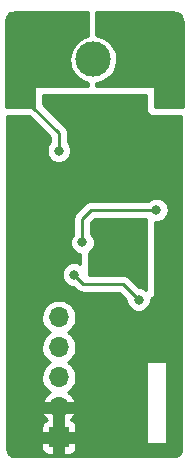
<source format=gbr>
%TF.GenerationSoftware,KiCad,Pcbnew,5.99.0-unknown-ad88874~101~ubuntu20.04.1*%
%TF.CreationDate,2020-05-19T22:39:20-04:00*%
%TF.ProjectId,headlights,68656164-6c69-4676-9874-732e6b696361,rev?*%
%TF.SameCoordinates,Original*%
%TF.FileFunction,Copper,L2,Bot*%
%TF.FilePolarity,Positive*%
%FSLAX46Y46*%
G04 Gerber Fmt 4.6, Leading zero omitted, Abs format (unit mm)*
G04 Created by KiCad (PCBNEW 5.99.0-unknown-ad88874~101~ubuntu20.04.1) date 2020-05-19 22:39:20*
%MOMM*%
%LPD*%
G01*
G04 APERTURE LIST*
%TA.AperFunction,ComponentPad*%
%ADD10O,1.700000X1.700000*%
%TD*%
%TA.AperFunction,ComponentPad*%
%ADD11R,1.700000X1.700000*%
%TD*%
%TA.AperFunction,ComponentPad*%
%ADD12C,3.000000*%
%TD*%
%TA.AperFunction,ComponentPad*%
%ADD13R,3.000000X3.000000*%
%TD*%
%TA.AperFunction,ViaPad*%
%ADD14C,0.800000*%
%TD*%
%TA.AperFunction,Conductor*%
%ADD15C,0.250000*%
%TD*%
%TA.AperFunction,Conductor*%
%ADD16C,0.254000*%
%TD*%
G04 APERTURE END LIST*
D10*
%TO.P,J2,5,Pin_5*%
%TO.N,/ON*%
X113000000Y-76840000D03*
%TO.P,J2,4,Pin_4*%
%TO.N,GND*%
X113000000Y-79380000D03*
%TO.P,J2,3,Pin_3*%
X113000000Y-81920000D03*
%TO.P,J2,2,Pin_2*%
%TO.N,+5V*%
X113000000Y-84460000D03*
D11*
%TO.P,J2,1,Pin_1*%
X113000000Y-87000000D03*
%TD*%
D12*
%TO.P,J1,3,Pin_3*%
%TO.N,Net-(J1-Pad3)*%
X110840000Y-55000000D03*
%TO.P,J1,2,Pin_2*%
%TO.N,Net-(J1-Pad2)*%
X115920000Y-55000000D03*
D13*
%TO.P,J1,1,Pin_1*%
%TO.N,Net-(J1-Pad1)*%
X121000000Y-55000000D03*
%TD*%
D14*
%TO.N,Net-(J1-Pad3)*%
X113000000Y-62750000D03*
X119749201Y-75349983D03*
%TO.N,Net-(U2-Pad9)*%
X119500000Y-72250000D03*
X119500000Y-70750000D03*
X117000000Y-70750000D03*
X117000000Y-72250000D03*
%TO.N,+5V*%
X122750000Y-66750000D03*
X120250000Y-66750000D03*
X119250000Y-66750000D03*
%TO.N,Net-(RV1-Pad2)*%
X121250000Y-67750000D03*
%TO.N,+5V*%
X110800000Y-65800000D03*
X109200000Y-65800000D03*
%TO.N,Net-(J1-Pad3)*%
X114274999Y-73225001D03*
%TO.N,+5V*%
X115000000Y-58500000D03*
X113000000Y-58500000D03*
X111200000Y-64200000D03*
X112000000Y-65000000D03*
X112000000Y-63500000D03*
X112000000Y-62000000D03*
%TO.N,Net-(RV1-Pad2)*%
X115000000Y-70500000D03*
%TD*%
D15*
%TO.N,Net-(J1-Pad3)*%
X113000000Y-61250000D02*
X110750000Y-59000000D01*
X113000000Y-62750000D02*
X113000000Y-61250000D01*
X118399218Y-74000000D02*
X118250000Y-74000000D01*
X119749201Y-75349983D02*
X118399218Y-74000000D01*
X118250000Y-74000000D02*
X115049998Y-74000000D01*
X115049998Y-74000000D02*
X114274999Y-73225001D01*
%TO.N,Net-(RV1-Pad2)*%
X115375000Y-68125000D02*
X115000000Y-68500000D01*
X121250000Y-67750000D02*
X115750000Y-67750000D01*
X115750000Y-67750000D02*
X115375000Y-68125000D01*
X115000000Y-68500000D02*
X115000000Y-70500000D01*
%TD*%
%TO.N,+5V*%
G36*
X120366000Y-59206756D02*
G01*
X120367444Y-59220186D01*
X120417183Y-59448834D01*
X120425813Y-59469668D01*
X120514953Y-59608373D01*
X120526756Y-59621994D01*
X120649652Y-59728485D01*
X120664815Y-59738229D01*
X120812735Y-59805781D01*
X120830028Y-59810859D01*
X120986522Y-59833360D01*
X120995500Y-59834002D01*
X123366000Y-59834002D01*
X123366001Y-87922261D01*
X123365991Y-87922301D01*
X123364415Y-87931523D01*
X123363359Y-87942611D01*
X123363324Y-87942989D01*
X123348624Y-88107708D01*
X123320088Y-88212012D01*
X123273534Y-88309617D01*
X123210431Y-88397434D01*
X123132775Y-88472687D01*
X123043016Y-88533003D01*
X122944005Y-88576466D01*
X122833940Y-88602890D01*
X122698712Y-88612821D01*
X122689840Y-88614111D01*
X122681213Y-88616000D01*
X109327735Y-88616000D01*
X109327699Y-88615991D01*
X109318477Y-88614415D01*
X109307389Y-88613359D01*
X109307011Y-88613324D01*
X109142292Y-88598624D01*
X109037988Y-88570088D01*
X108940383Y-88523534D01*
X108852566Y-88460431D01*
X108777313Y-88382775D01*
X108716997Y-88293016D01*
X108673534Y-88194005D01*
X108647110Y-88083940D01*
X108637179Y-87948712D01*
X108635889Y-87939840D01*
X108634000Y-87931213D01*
X108634000Y-87447808D01*
X111508163Y-87447808D01*
X111508163Y-87858258D01*
X111510319Y-87874634D01*
X111585137Y-88153859D01*
X111597880Y-88178339D01*
X111728990Y-88334590D01*
X111745879Y-88348761D01*
X111920120Y-88449359D01*
X111940837Y-88456900D01*
X112133538Y-88490878D01*
X112144499Y-88491837D01*
X112552191Y-88491837D01*
X112626000Y-88418028D01*
X112626000Y-87447809D01*
X113373999Y-87447809D01*
X113373999Y-88418028D01*
X113447808Y-88491837D01*
X113858258Y-88491837D01*
X113874634Y-88489681D01*
X114153859Y-88414863D01*
X114178339Y-88402120D01*
X114334590Y-88271010D01*
X114348761Y-88254121D01*
X114449359Y-88079880D01*
X114456900Y-88059163D01*
X114490878Y-87866462D01*
X114491837Y-87855501D01*
X114491837Y-87447809D01*
X114418028Y-87374000D01*
X113447808Y-87374000D01*
X113373999Y-87447809D01*
X112626000Y-87447809D01*
X112626000Y-87447808D01*
X112552191Y-87373999D01*
X111581972Y-87373999D01*
X111508163Y-87447808D01*
X108634000Y-87447808D01*
X108634000Y-86144499D01*
X111508163Y-86144499D01*
X111508163Y-86552191D01*
X111581972Y-86626000D01*
X112552192Y-86626000D01*
X112626001Y-86552191D01*
X112626001Y-85805809D01*
X112626000Y-85805808D01*
X112626000Y-84907809D01*
X113373999Y-84907809D01*
X113373999Y-85654191D01*
X113374000Y-85654192D01*
X113374000Y-86552192D01*
X113447809Y-86626001D01*
X114418028Y-86626001D01*
X114491837Y-86552192D01*
X114491837Y-86141742D01*
X114489681Y-86125366D01*
X114414863Y-85846142D01*
X114402120Y-85821662D01*
X114271010Y-85665410D01*
X114254121Y-85651239D01*
X114079880Y-85550641D01*
X114059163Y-85543100D01*
X114024325Y-85536957D01*
X114053645Y-85512004D01*
X114061158Y-85504424D01*
X114215833Y-85319435D01*
X114221962Y-85310698D01*
X114343256Y-85102294D01*
X114347825Y-85092649D01*
X114404016Y-84942361D01*
X114328843Y-84834000D01*
X113447808Y-84834000D01*
X113373999Y-84907809D01*
X112626000Y-84907809D01*
X112626000Y-84907808D01*
X112552191Y-84833999D01*
X111668174Y-84833999D01*
X111593587Y-84948197D01*
X111689591Y-85166900D01*
X111694692Y-85176275D01*
X111827430Y-85377584D01*
X111834038Y-85385965D01*
X111985481Y-85547801D01*
X111846142Y-85585137D01*
X111821662Y-85597880D01*
X111665410Y-85728990D01*
X111651239Y-85745879D01*
X111550641Y-85920120D01*
X111543100Y-85940837D01*
X111509122Y-86133538D01*
X111508163Y-86144499D01*
X108634000Y-86144499D01*
X108634000Y-76831043D01*
X111511109Y-76831043D01*
X111529188Y-77071497D01*
X111530885Y-77082034D01*
X111589221Y-77316005D01*
X111592669Y-77326104D01*
X111689591Y-77546900D01*
X111694692Y-77556275D01*
X111827430Y-77757584D01*
X111834038Y-77765965D01*
X111998798Y-77942032D01*
X112006722Y-77949180D01*
X112198792Y-78094968D01*
X112207808Y-78100679D01*
X112224166Y-78109194D01*
X112223032Y-78109882D01*
X112028199Y-78251957D01*
X112020138Y-78258952D01*
X111852029Y-78431822D01*
X111845263Y-78440074D01*
X111708683Y-78638798D01*
X111703403Y-78648073D01*
X111602260Y-78866968D01*
X111598618Y-78877000D01*
X111535802Y-79109807D01*
X111533903Y-79120309D01*
X111511211Y-79360372D01*
X111511109Y-79371043D01*
X111529188Y-79611497D01*
X111530885Y-79622034D01*
X111589221Y-79856005D01*
X111592669Y-79866104D01*
X111689591Y-80086900D01*
X111694692Y-80096275D01*
X111827430Y-80297584D01*
X111834038Y-80305965D01*
X111998798Y-80482032D01*
X112006722Y-80489180D01*
X112198792Y-80634968D01*
X112207808Y-80640679D01*
X112224166Y-80649194D01*
X112223032Y-80649882D01*
X112028199Y-80791957D01*
X112020138Y-80798952D01*
X111852029Y-80971822D01*
X111845263Y-80980074D01*
X111708683Y-81178798D01*
X111703403Y-81188073D01*
X111602260Y-81406968D01*
X111598618Y-81417000D01*
X111535802Y-81649807D01*
X111533903Y-81660309D01*
X111511211Y-81900372D01*
X111511109Y-81911043D01*
X111529188Y-82151497D01*
X111530885Y-82162034D01*
X111589221Y-82396005D01*
X111592669Y-82406104D01*
X111689591Y-82626900D01*
X111694692Y-82636275D01*
X111827430Y-82837584D01*
X111834038Y-82845965D01*
X111998798Y-83022032D01*
X112006722Y-83029180D01*
X112198792Y-83174968D01*
X112207808Y-83180679D01*
X112224166Y-83189194D01*
X112223032Y-83189882D01*
X112028199Y-83331957D01*
X112020138Y-83338952D01*
X111852029Y-83511822D01*
X111845263Y-83520074D01*
X111708683Y-83718798D01*
X111703403Y-83728073D01*
X111591724Y-83969770D01*
X111666056Y-84086000D01*
X112500001Y-84086000D01*
X114328871Y-84086001D01*
X114404192Y-83979622D01*
X114359723Y-83853343D01*
X114355339Y-83843612D01*
X114238067Y-83632916D01*
X114232107Y-83624064D01*
X114081013Y-83436140D01*
X114073647Y-83428417D01*
X113893049Y-83268638D01*
X113884486Y-83262267D01*
X113767888Y-83189973D01*
X113861330Y-83134491D01*
X113870012Y-83128286D01*
X114053645Y-82972004D01*
X114061158Y-82964424D01*
X114215833Y-82779435D01*
X114221962Y-82770698D01*
X114343256Y-82562294D01*
X114347825Y-82552650D01*
X114432272Y-82326787D01*
X114435151Y-82316511D01*
X114480392Y-82079351D01*
X114481507Y-82068128D01*
X114484077Y-81800341D01*
X114483178Y-81789099D01*
X114442499Y-81551114D01*
X114439817Y-81540784D01*
X114359723Y-81313343D01*
X114355339Y-81303612D01*
X114238067Y-81092916D01*
X114232107Y-81084064D01*
X114081013Y-80896140D01*
X114073647Y-80888417D01*
X113893049Y-80728638D01*
X113884486Y-80722267D01*
X113767888Y-80649973D01*
X113770675Y-80648318D01*
X120374000Y-80648318D01*
X120374000Y-87502700D01*
X120447809Y-87576509D01*
X122052191Y-87576509D01*
X122126000Y-87502700D01*
X122126000Y-80648318D01*
X122052191Y-80574509D01*
X120447809Y-80574509D01*
X120374000Y-80648318D01*
X113770675Y-80648318D01*
X113861330Y-80594491D01*
X113870012Y-80588286D01*
X114053645Y-80432004D01*
X114061158Y-80424424D01*
X114215833Y-80239435D01*
X114221962Y-80230698D01*
X114343256Y-80022294D01*
X114347825Y-80012650D01*
X114432272Y-79786787D01*
X114435151Y-79776511D01*
X114480392Y-79539351D01*
X114481507Y-79528128D01*
X114484077Y-79260341D01*
X114483178Y-79249099D01*
X114442499Y-79011114D01*
X114439817Y-79000784D01*
X114359723Y-78773343D01*
X114355339Y-78763612D01*
X114238067Y-78552916D01*
X114232107Y-78544064D01*
X114081013Y-78356140D01*
X114073647Y-78348417D01*
X113893049Y-78188638D01*
X113884486Y-78182267D01*
X113767888Y-78109973D01*
X113861330Y-78054491D01*
X113870012Y-78048286D01*
X114053645Y-77892004D01*
X114061158Y-77884424D01*
X114215833Y-77699435D01*
X114221962Y-77690698D01*
X114343256Y-77482294D01*
X114347825Y-77472650D01*
X114432272Y-77246787D01*
X114435151Y-77236511D01*
X114480392Y-76999351D01*
X114481507Y-76988128D01*
X114484077Y-76720341D01*
X114483178Y-76709099D01*
X114442499Y-76471114D01*
X114439817Y-76460784D01*
X114359723Y-76233343D01*
X114355339Y-76223612D01*
X114238067Y-76012916D01*
X114232107Y-76004064D01*
X114081013Y-75816140D01*
X114073647Y-75808417D01*
X113893049Y-75648638D01*
X113884486Y-75642267D01*
X113679549Y-75515202D01*
X113670036Y-75510365D01*
X113446619Y-75419645D01*
X113436427Y-75416480D01*
X113200919Y-75364700D01*
X113190340Y-75363298D01*
X112949475Y-75351939D01*
X112938809Y-75352339D01*
X112699474Y-75381727D01*
X112689030Y-75383918D01*
X112458068Y-75453210D01*
X112448142Y-75457130D01*
X112232155Y-75564346D01*
X112223032Y-75569882D01*
X112028199Y-75711957D01*
X112020138Y-75718952D01*
X111852029Y-75891822D01*
X111845263Y-75900074D01*
X111708683Y-76098798D01*
X111703403Y-76108073D01*
X111602260Y-76326968D01*
X111598618Y-76337000D01*
X111535802Y-76569807D01*
X111533903Y-76580309D01*
X111511211Y-76820372D01*
X111511109Y-76831043D01*
X108634000Y-76831043D01*
X108634000Y-73096939D01*
X113238999Y-73096939D01*
X113238999Y-73353063D01*
X113241155Y-73369439D01*
X113307445Y-73616836D01*
X113313766Y-73632096D01*
X113441828Y-73853906D01*
X113451883Y-73867010D01*
X113632990Y-74048117D01*
X113646094Y-74058172D01*
X113867904Y-74186234D01*
X113883164Y-74192555D01*
X114130561Y-74258845D01*
X114146937Y-74261001D01*
X114234784Y-74261001D01*
X114590018Y-74616236D01*
X114606064Y-74627894D01*
X114651146Y-74650865D01*
X114692081Y-74680606D01*
X114709753Y-74689610D01*
X114757869Y-74705243D01*
X114802958Y-74728218D01*
X114821821Y-74734347D01*
X114871804Y-74742263D01*
X114919919Y-74757896D01*
X114939507Y-74760999D01*
X114994807Y-74760999D01*
X114994819Y-74761000D01*
X118084003Y-74761000D01*
X118713201Y-75390199D01*
X118713201Y-75478045D01*
X118715357Y-75494421D01*
X118781647Y-75741818D01*
X118787968Y-75757078D01*
X118916030Y-75978888D01*
X118926085Y-75991992D01*
X119107192Y-76173099D01*
X119120296Y-76183154D01*
X119342106Y-76311216D01*
X119357366Y-76317537D01*
X119604763Y-76383827D01*
X119621139Y-76385983D01*
X119877263Y-76385983D01*
X119893639Y-76383827D01*
X120141036Y-76317537D01*
X120156296Y-76311216D01*
X120378106Y-76183154D01*
X120391210Y-76173099D01*
X120572317Y-75991992D01*
X120582372Y-75978888D01*
X120710434Y-75757078D01*
X120716755Y-75741818D01*
X120783045Y-75494421D01*
X120785201Y-75478045D01*
X120785201Y-75314507D01*
X120910234Y-75233472D01*
X120923809Y-75221617D01*
X121029826Y-75098313D01*
X121039512Y-75083113D01*
X121106495Y-74934933D01*
X121111506Y-74917621D01*
X121133405Y-74761041D01*
X121134012Y-74752061D01*
X121111060Y-68784568D01*
X121121937Y-68786000D01*
X121378062Y-68786000D01*
X121394438Y-68783844D01*
X121641835Y-68717554D01*
X121657095Y-68711233D01*
X121878905Y-68583171D01*
X121892009Y-68573116D01*
X122073116Y-68392009D01*
X122083171Y-68378905D01*
X122211233Y-68157095D01*
X122217554Y-68141835D01*
X122283844Y-67894438D01*
X122286000Y-67878062D01*
X122286000Y-67621938D01*
X122283844Y-67605562D01*
X122217554Y-67358165D01*
X122211233Y-67342905D01*
X122083171Y-67121095D01*
X122073116Y-67107991D01*
X121892009Y-66926884D01*
X121878905Y-66916829D01*
X121657095Y-66788767D01*
X121641835Y-66782446D01*
X121394438Y-66716156D01*
X121378062Y-66714000D01*
X121121938Y-66714000D01*
X121105562Y-66716156D01*
X120858165Y-66782446D01*
X120842905Y-66788767D01*
X120621095Y-66916829D01*
X120607991Y-66926884D01*
X120545876Y-66989000D01*
X115694821Y-66989000D01*
X115694809Y-66989001D01*
X115639509Y-66989001D01*
X115619921Y-66992104D01*
X115571806Y-67007737D01*
X115521823Y-67015653D01*
X115502960Y-67021782D01*
X115457871Y-67044757D01*
X115409756Y-67060390D01*
X115392084Y-67069394D01*
X115351150Y-67099134D01*
X115306065Y-67122107D01*
X115290020Y-67133764D01*
X115133593Y-67290191D01*
X115133588Y-67290198D01*
X114540197Y-67883589D01*
X114540190Y-67883594D01*
X114383763Y-68040022D01*
X114372106Y-68056067D01*
X114349138Y-68101145D01*
X114319394Y-68142083D01*
X114310390Y-68159755D01*
X114294753Y-68207880D01*
X114271782Y-68252963D01*
X114265653Y-68271824D01*
X114257736Y-68321809D01*
X114242103Y-68369923D01*
X114239001Y-68389511D01*
X114239001Y-68444810D01*
X114239000Y-68444822D01*
X114239001Y-69795875D01*
X114176884Y-69857991D01*
X114166829Y-69871095D01*
X114038767Y-70092905D01*
X114032446Y-70108165D01*
X113966156Y-70355562D01*
X113964000Y-70371938D01*
X113964000Y-70628062D01*
X113966156Y-70644438D01*
X114032446Y-70891835D01*
X114038767Y-70907095D01*
X114166829Y-71128905D01*
X114176884Y-71142009D01*
X114357991Y-71323116D01*
X114371095Y-71333171D01*
X114592905Y-71461233D01*
X114608165Y-71467554D01*
X114759802Y-71508185D01*
X114770662Y-72314903D01*
X114682094Y-72263768D01*
X114666834Y-72257447D01*
X114419437Y-72191157D01*
X114403061Y-72189001D01*
X114146937Y-72189001D01*
X114130561Y-72191157D01*
X113883164Y-72257447D01*
X113867904Y-72263768D01*
X113646094Y-72391830D01*
X113632990Y-72401885D01*
X113451883Y-72582992D01*
X113441828Y-72596096D01*
X113313766Y-72817906D01*
X113307445Y-72833166D01*
X113241155Y-73080563D01*
X113238999Y-73096939D01*
X108634000Y-73096939D01*
X108634000Y-59834000D01*
X110507785Y-59834000D01*
X112239001Y-61565218D01*
X112239000Y-62045876D01*
X112176884Y-62107991D01*
X112166829Y-62121095D01*
X112038767Y-62342905D01*
X112032446Y-62358165D01*
X111966156Y-62605562D01*
X111964000Y-62621938D01*
X111964000Y-62878062D01*
X111966156Y-62894438D01*
X112032446Y-63141835D01*
X112038767Y-63157095D01*
X112166829Y-63378905D01*
X112176884Y-63392009D01*
X112357991Y-63573116D01*
X112371095Y-63583171D01*
X112592905Y-63711233D01*
X112608165Y-63717554D01*
X112855562Y-63783844D01*
X112871938Y-63786000D01*
X113128062Y-63786000D01*
X113144438Y-63783844D01*
X113391835Y-63717554D01*
X113407095Y-63711233D01*
X113628905Y-63583171D01*
X113642009Y-63573116D01*
X113823116Y-63392009D01*
X113833171Y-63378905D01*
X113961233Y-63157095D01*
X113967554Y-63141835D01*
X114033844Y-62894438D01*
X114036000Y-62878062D01*
X114036000Y-62621938D01*
X114033844Y-62605562D01*
X113967554Y-62358165D01*
X113961233Y-62342905D01*
X113833171Y-62121095D01*
X113823116Y-62107991D01*
X113761000Y-62045876D01*
X113761000Y-61194821D01*
X113760999Y-61194809D01*
X113760999Y-61139510D01*
X113757897Y-61119922D01*
X113742264Y-61071808D01*
X113734347Y-61021823D01*
X113728218Y-61002962D01*
X113705248Y-60957879D01*
X113689611Y-60909755D01*
X113680607Y-60892084D01*
X113650863Y-60851145D01*
X113627893Y-60806065D01*
X113616236Y-60790020D01*
X113576620Y-60750405D01*
X113576607Y-60750390D01*
X111634000Y-58807786D01*
X111634000Y-58034000D01*
X120366000Y-58034000D01*
X120366000Y-59206756D01*
G37*
D16*
X120366000Y-59206756D02*
X120367444Y-59220186D01*
X120417183Y-59448834D01*
X120425813Y-59469668D01*
X120514953Y-59608373D01*
X120526756Y-59621994D01*
X120649652Y-59728485D01*
X120664815Y-59738229D01*
X120812735Y-59805781D01*
X120830028Y-59810859D01*
X120986522Y-59833360D01*
X120995500Y-59834002D01*
X123366000Y-59834002D01*
X123366001Y-87922261D01*
X123365991Y-87922301D01*
X123364415Y-87931523D01*
X123363359Y-87942611D01*
X123363324Y-87942989D01*
X123348624Y-88107708D01*
X123320088Y-88212012D01*
X123273534Y-88309617D01*
X123210431Y-88397434D01*
X123132775Y-88472687D01*
X123043016Y-88533003D01*
X122944005Y-88576466D01*
X122833940Y-88602890D01*
X122698712Y-88612821D01*
X122689840Y-88614111D01*
X122681213Y-88616000D01*
X109327735Y-88616000D01*
X109327699Y-88615991D01*
X109318477Y-88614415D01*
X109307389Y-88613359D01*
X109307011Y-88613324D01*
X109142292Y-88598624D01*
X109037988Y-88570088D01*
X108940383Y-88523534D01*
X108852566Y-88460431D01*
X108777313Y-88382775D01*
X108716997Y-88293016D01*
X108673534Y-88194005D01*
X108647110Y-88083940D01*
X108637179Y-87948712D01*
X108635889Y-87939840D01*
X108634000Y-87931213D01*
X108634000Y-87447808D01*
X111508163Y-87447808D01*
X111508163Y-87858258D01*
X111510319Y-87874634D01*
X111585137Y-88153859D01*
X111597880Y-88178339D01*
X111728990Y-88334590D01*
X111745879Y-88348761D01*
X111920120Y-88449359D01*
X111940837Y-88456900D01*
X112133538Y-88490878D01*
X112144499Y-88491837D01*
X112552191Y-88491837D01*
X112626000Y-88418028D01*
X112626000Y-87447809D01*
X113373999Y-87447809D01*
X113373999Y-88418028D01*
X113447808Y-88491837D01*
X113858258Y-88491837D01*
X113874634Y-88489681D01*
X114153859Y-88414863D01*
X114178339Y-88402120D01*
X114334590Y-88271010D01*
X114348761Y-88254121D01*
X114449359Y-88079880D01*
X114456900Y-88059163D01*
X114490878Y-87866462D01*
X114491837Y-87855501D01*
X114491837Y-87447809D01*
X114418028Y-87374000D01*
X113447808Y-87374000D01*
X113373999Y-87447809D01*
X112626000Y-87447809D01*
X112626000Y-87447808D01*
X112552191Y-87373999D01*
X111581972Y-87373999D01*
X111508163Y-87447808D01*
X108634000Y-87447808D01*
X108634000Y-86144499D01*
X111508163Y-86144499D01*
X111508163Y-86552191D01*
X111581972Y-86626000D01*
X112552192Y-86626000D01*
X112626001Y-86552191D01*
X112626001Y-85805809D01*
X112626000Y-85805808D01*
X112626000Y-84907809D01*
X113373999Y-84907809D01*
X113373999Y-85654191D01*
X113374000Y-85654192D01*
X113374000Y-86552192D01*
X113447809Y-86626001D01*
X114418028Y-86626001D01*
X114491837Y-86552192D01*
X114491837Y-86141742D01*
X114489681Y-86125366D01*
X114414863Y-85846142D01*
X114402120Y-85821662D01*
X114271010Y-85665410D01*
X114254121Y-85651239D01*
X114079880Y-85550641D01*
X114059163Y-85543100D01*
X114024325Y-85536957D01*
X114053645Y-85512004D01*
X114061158Y-85504424D01*
X114215833Y-85319435D01*
X114221962Y-85310698D01*
X114343256Y-85102294D01*
X114347825Y-85092649D01*
X114404016Y-84942361D01*
X114328843Y-84834000D01*
X113447808Y-84834000D01*
X113373999Y-84907809D01*
X112626000Y-84907809D01*
X112626000Y-84907808D01*
X112552191Y-84833999D01*
X111668174Y-84833999D01*
X111593587Y-84948197D01*
X111689591Y-85166900D01*
X111694692Y-85176275D01*
X111827430Y-85377584D01*
X111834038Y-85385965D01*
X111985481Y-85547801D01*
X111846142Y-85585137D01*
X111821662Y-85597880D01*
X111665410Y-85728990D01*
X111651239Y-85745879D01*
X111550641Y-85920120D01*
X111543100Y-85940837D01*
X111509122Y-86133538D01*
X111508163Y-86144499D01*
X108634000Y-86144499D01*
X108634000Y-76831043D01*
X111511109Y-76831043D01*
X111529188Y-77071497D01*
X111530885Y-77082034D01*
X111589221Y-77316005D01*
X111592669Y-77326104D01*
X111689591Y-77546900D01*
X111694692Y-77556275D01*
X111827430Y-77757584D01*
X111834038Y-77765965D01*
X111998798Y-77942032D01*
X112006722Y-77949180D01*
X112198792Y-78094968D01*
X112207808Y-78100679D01*
X112224166Y-78109194D01*
X112223032Y-78109882D01*
X112028199Y-78251957D01*
X112020138Y-78258952D01*
X111852029Y-78431822D01*
X111845263Y-78440074D01*
X111708683Y-78638798D01*
X111703403Y-78648073D01*
X111602260Y-78866968D01*
X111598618Y-78877000D01*
X111535802Y-79109807D01*
X111533903Y-79120309D01*
X111511211Y-79360372D01*
X111511109Y-79371043D01*
X111529188Y-79611497D01*
X111530885Y-79622034D01*
X111589221Y-79856005D01*
X111592669Y-79866104D01*
X111689591Y-80086900D01*
X111694692Y-80096275D01*
X111827430Y-80297584D01*
X111834038Y-80305965D01*
X111998798Y-80482032D01*
X112006722Y-80489180D01*
X112198792Y-80634968D01*
X112207808Y-80640679D01*
X112224166Y-80649194D01*
X112223032Y-80649882D01*
X112028199Y-80791957D01*
X112020138Y-80798952D01*
X111852029Y-80971822D01*
X111845263Y-80980074D01*
X111708683Y-81178798D01*
X111703403Y-81188073D01*
X111602260Y-81406968D01*
X111598618Y-81417000D01*
X111535802Y-81649807D01*
X111533903Y-81660309D01*
X111511211Y-81900372D01*
X111511109Y-81911043D01*
X111529188Y-82151497D01*
X111530885Y-82162034D01*
X111589221Y-82396005D01*
X111592669Y-82406104D01*
X111689591Y-82626900D01*
X111694692Y-82636275D01*
X111827430Y-82837584D01*
X111834038Y-82845965D01*
X111998798Y-83022032D01*
X112006722Y-83029180D01*
X112198792Y-83174968D01*
X112207808Y-83180679D01*
X112224166Y-83189194D01*
X112223032Y-83189882D01*
X112028199Y-83331957D01*
X112020138Y-83338952D01*
X111852029Y-83511822D01*
X111845263Y-83520074D01*
X111708683Y-83718798D01*
X111703403Y-83728073D01*
X111591724Y-83969770D01*
X111666056Y-84086000D01*
X112500001Y-84086000D01*
X114328871Y-84086001D01*
X114404192Y-83979622D01*
X114359723Y-83853343D01*
X114355339Y-83843612D01*
X114238067Y-83632916D01*
X114232107Y-83624064D01*
X114081013Y-83436140D01*
X114073647Y-83428417D01*
X113893049Y-83268638D01*
X113884486Y-83262267D01*
X113767888Y-83189973D01*
X113861330Y-83134491D01*
X113870012Y-83128286D01*
X114053645Y-82972004D01*
X114061158Y-82964424D01*
X114215833Y-82779435D01*
X114221962Y-82770698D01*
X114343256Y-82562294D01*
X114347825Y-82552650D01*
X114432272Y-82326787D01*
X114435151Y-82316511D01*
X114480392Y-82079351D01*
X114481507Y-82068128D01*
X114484077Y-81800341D01*
X114483178Y-81789099D01*
X114442499Y-81551114D01*
X114439817Y-81540784D01*
X114359723Y-81313343D01*
X114355339Y-81303612D01*
X114238067Y-81092916D01*
X114232107Y-81084064D01*
X114081013Y-80896140D01*
X114073647Y-80888417D01*
X113893049Y-80728638D01*
X113884486Y-80722267D01*
X113767888Y-80649973D01*
X113770675Y-80648318D01*
X120374000Y-80648318D01*
X120374000Y-87502700D01*
X120447809Y-87576509D01*
X122052191Y-87576509D01*
X122126000Y-87502700D01*
X122126000Y-80648318D01*
X122052191Y-80574509D01*
X120447809Y-80574509D01*
X120374000Y-80648318D01*
X113770675Y-80648318D01*
X113861330Y-80594491D01*
X113870012Y-80588286D01*
X114053645Y-80432004D01*
X114061158Y-80424424D01*
X114215833Y-80239435D01*
X114221962Y-80230698D01*
X114343256Y-80022294D01*
X114347825Y-80012650D01*
X114432272Y-79786787D01*
X114435151Y-79776511D01*
X114480392Y-79539351D01*
X114481507Y-79528128D01*
X114484077Y-79260341D01*
X114483178Y-79249099D01*
X114442499Y-79011114D01*
X114439817Y-79000784D01*
X114359723Y-78773343D01*
X114355339Y-78763612D01*
X114238067Y-78552916D01*
X114232107Y-78544064D01*
X114081013Y-78356140D01*
X114073647Y-78348417D01*
X113893049Y-78188638D01*
X113884486Y-78182267D01*
X113767888Y-78109973D01*
X113861330Y-78054491D01*
X113870012Y-78048286D01*
X114053645Y-77892004D01*
X114061158Y-77884424D01*
X114215833Y-77699435D01*
X114221962Y-77690698D01*
X114343256Y-77482294D01*
X114347825Y-77472650D01*
X114432272Y-77246787D01*
X114435151Y-77236511D01*
X114480392Y-76999351D01*
X114481507Y-76988128D01*
X114484077Y-76720341D01*
X114483178Y-76709099D01*
X114442499Y-76471114D01*
X114439817Y-76460784D01*
X114359723Y-76233343D01*
X114355339Y-76223612D01*
X114238067Y-76012916D01*
X114232107Y-76004064D01*
X114081013Y-75816140D01*
X114073647Y-75808417D01*
X113893049Y-75648638D01*
X113884486Y-75642267D01*
X113679549Y-75515202D01*
X113670036Y-75510365D01*
X113446619Y-75419645D01*
X113436427Y-75416480D01*
X113200919Y-75364700D01*
X113190340Y-75363298D01*
X112949475Y-75351939D01*
X112938809Y-75352339D01*
X112699474Y-75381727D01*
X112689030Y-75383918D01*
X112458068Y-75453210D01*
X112448142Y-75457130D01*
X112232155Y-75564346D01*
X112223032Y-75569882D01*
X112028199Y-75711957D01*
X112020138Y-75718952D01*
X111852029Y-75891822D01*
X111845263Y-75900074D01*
X111708683Y-76098798D01*
X111703403Y-76108073D01*
X111602260Y-76326968D01*
X111598618Y-76337000D01*
X111535802Y-76569807D01*
X111533903Y-76580309D01*
X111511211Y-76820372D01*
X111511109Y-76831043D01*
X108634000Y-76831043D01*
X108634000Y-73096939D01*
X113238999Y-73096939D01*
X113238999Y-73353063D01*
X113241155Y-73369439D01*
X113307445Y-73616836D01*
X113313766Y-73632096D01*
X113441828Y-73853906D01*
X113451883Y-73867010D01*
X113632990Y-74048117D01*
X113646094Y-74058172D01*
X113867904Y-74186234D01*
X113883164Y-74192555D01*
X114130561Y-74258845D01*
X114146937Y-74261001D01*
X114234784Y-74261001D01*
X114590018Y-74616236D01*
X114606064Y-74627894D01*
X114651146Y-74650865D01*
X114692081Y-74680606D01*
X114709753Y-74689610D01*
X114757869Y-74705243D01*
X114802958Y-74728218D01*
X114821821Y-74734347D01*
X114871804Y-74742263D01*
X114919919Y-74757896D01*
X114939507Y-74760999D01*
X114994807Y-74760999D01*
X114994819Y-74761000D01*
X118084003Y-74761000D01*
X118713201Y-75390199D01*
X118713201Y-75478045D01*
X118715357Y-75494421D01*
X118781647Y-75741818D01*
X118787968Y-75757078D01*
X118916030Y-75978888D01*
X118926085Y-75991992D01*
X119107192Y-76173099D01*
X119120296Y-76183154D01*
X119342106Y-76311216D01*
X119357366Y-76317537D01*
X119604763Y-76383827D01*
X119621139Y-76385983D01*
X119877263Y-76385983D01*
X119893639Y-76383827D01*
X120141036Y-76317537D01*
X120156296Y-76311216D01*
X120378106Y-76183154D01*
X120391210Y-76173099D01*
X120572317Y-75991992D01*
X120582372Y-75978888D01*
X120710434Y-75757078D01*
X120716755Y-75741818D01*
X120783045Y-75494421D01*
X120785201Y-75478045D01*
X120785201Y-75314507D01*
X120910234Y-75233472D01*
X120923809Y-75221617D01*
X121029826Y-75098313D01*
X121039512Y-75083113D01*
X121106495Y-74934933D01*
X121111506Y-74917621D01*
X121133405Y-74761041D01*
X121134012Y-74752061D01*
X121111060Y-68784568D01*
X121121937Y-68786000D01*
X121378062Y-68786000D01*
X121394438Y-68783844D01*
X121641835Y-68717554D01*
X121657095Y-68711233D01*
X121878905Y-68583171D01*
X121892009Y-68573116D01*
X122073116Y-68392009D01*
X122083171Y-68378905D01*
X122211233Y-68157095D01*
X122217554Y-68141835D01*
X122283844Y-67894438D01*
X122286000Y-67878062D01*
X122286000Y-67621938D01*
X122283844Y-67605562D01*
X122217554Y-67358165D01*
X122211233Y-67342905D01*
X122083171Y-67121095D01*
X122073116Y-67107991D01*
X121892009Y-66926884D01*
X121878905Y-66916829D01*
X121657095Y-66788767D01*
X121641835Y-66782446D01*
X121394438Y-66716156D01*
X121378062Y-66714000D01*
X121121938Y-66714000D01*
X121105562Y-66716156D01*
X120858165Y-66782446D01*
X120842905Y-66788767D01*
X120621095Y-66916829D01*
X120607991Y-66926884D01*
X120545876Y-66989000D01*
X115694821Y-66989000D01*
X115694809Y-66989001D01*
X115639509Y-66989001D01*
X115619921Y-66992104D01*
X115571806Y-67007737D01*
X115521823Y-67015653D01*
X115502960Y-67021782D01*
X115457871Y-67044757D01*
X115409756Y-67060390D01*
X115392084Y-67069394D01*
X115351150Y-67099134D01*
X115306065Y-67122107D01*
X115290020Y-67133764D01*
X115133593Y-67290191D01*
X115133588Y-67290198D01*
X114540197Y-67883589D01*
X114540190Y-67883594D01*
X114383763Y-68040022D01*
X114372106Y-68056067D01*
X114349138Y-68101145D01*
X114319394Y-68142083D01*
X114310390Y-68159755D01*
X114294753Y-68207880D01*
X114271782Y-68252963D01*
X114265653Y-68271824D01*
X114257736Y-68321809D01*
X114242103Y-68369923D01*
X114239001Y-68389511D01*
X114239001Y-68444810D01*
X114239000Y-68444822D01*
X114239001Y-69795875D01*
X114176884Y-69857991D01*
X114166829Y-69871095D01*
X114038767Y-70092905D01*
X114032446Y-70108165D01*
X113966156Y-70355562D01*
X113964000Y-70371938D01*
X113964000Y-70628062D01*
X113966156Y-70644438D01*
X114032446Y-70891835D01*
X114038767Y-70907095D01*
X114166829Y-71128905D01*
X114176884Y-71142009D01*
X114357991Y-71323116D01*
X114371095Y-71333171D01*
X114592905Y-71461233D01*
X114608165Y-71467554D01*
X114759802Y-71508185D01*
X114770662Y-72314903D01*
X114682094Y-72263768D01*
X114666834Y-72257447D01*
X114419437Y-72191157D01*
X114403061Y-72189001D01*
X114146937Y-72189001D01*
X114130561Y-72191157D01*
X113883164Y-72257447D01*
X113867904Y-72263768D01*
X113646094Y-72391830D01*
X113632990Y-72401885D01*
X113451883Y-72582992D01*
X113441828Y-72596096D01*
X113313766Y-72817906D01*
X113307445Y-72833166D01*
X113241155Y-73080563D01*
X113238999Y-73096939D01*
X108634000Y-73096939D01*
X108634000Y-59834000D01*
X110507785Y-59834000D01*
X112239001Y-61565218D01*
X112239000Y-62045876D01*
X112176884Y-62107991D01*
X112166829Y-62121095D01*
X112038767Y-62342905D01*
X112032446Y-62358165D01*
X111966156Y-62605562D01*
X111964000Y-62621938D01*
X111964000Y-62878062D01*
X111966156Y-62894438D01*
X112032446Y-63141835D01*
X112038767Y-63157095D01*
X112166829Y-63378905D01*
X112176884Y-63392009D01*
X112357991Y-63573116D01*
X112371095Y-63583171D01*
X112592905Y-63711233D01*
X112608165Y-63717554D01*
X112855562Y-63783844D01*
X112871938Y-63786000D01*
X113128062Y-63786000D01*
X113144438Y-63783844D01*
X113391835Y-63717554D01*
X113407095Y-63711233D01*
X113628905Y-63583171D01*
X113642009Y-63573116D01*
X113823116Y-63392009D01*
X113833171Y-63378905D01*
X113961233Y-63157095D01*
X113967554Y-63141835D01*
X114033844Y-62894438D01*
X114036000Y-62878062D01*
X114036000Y-62621938D01*
X114033844Y-62605562D01*
X113967554Y-62358165D01*
X113961233Y-62342905D01*
X113833171Y-62121095D01*
X113823116Y-62107991D01*
X113761000Y-62045876D01*
X113761000Y-61194821D01*
X113760999Y-61194809D01*
X113760999Y-61139510D01*
X113757897Y-61119922D01*
X113742264Y-61071808D01*
X113734347Y-61021823D01*
X113728218Y-61002962D01*
X113705248Y-60957879D01*
X113689611Y-60909755D01*
X113680607Y-60892084D01*
X113650863Y-60851145D01*
X113627893Y-60806065D01*
X113616236Y-60790020D01*
X113576620Y-60750405D01*
X113576607Y-60750390D01*
X111634000Y-58807786D01*
X111634000Y-58034000D01*
X120366000Y-58034000D01*
X120366000Y-59206756D01*
%TO.N,Net-(U2-Pad9)*%
G36*
X120373091Y-74513917D02*
G01*
X120156296Y-74388750D01*
X120141036Y-74382429D01*
X119893639Y-74316139D01*
X119877263Y-74313983D01*
X119789417Y-74313983D01*
X119015628Y-73540195D01*
X119015625Y-73540191D01*
X118859198Y-73383764D01*
X118843152Y-73372106D01*
X118798065Y-73349133D01*
X118757134Y-73319394D01*
X118739462Y-73310389D01*
X118691344Y-73294755D01*
X118646257Y-73271782D01*
X118627394Y-73265653D01*
X118577411Y-73257737D01*
X118529296Y-73242103D01*
X118509707Y-73239001D01*
X118454409Y-73239001D01*
X118454397Y-73239000D01*
X115543172Y-73239000D01*
X115518375Y-71396985D01*
X115628905Y-71333171D01*
X115642009Y-71323116D01*
X115823116Y-71142009D01*
X115833171Y-71128905D01*
X115961233Y-70907095D01*
X115967554Y-70891835D01*
X116033844Y-70644438D01*
X116036000Y-70628062D01*
X116036000Y-70371938D01*
X116033844Y-70355562D01*
X115967554Y-70108165D01*
X115961233Y-70092905D01*
X115833171Y-69871095D01*
X115823116Y-69857991D01*
X115761000Y-69795876D01*
X115761000Y-68815214D01*
X116065214Y-68511000D01*
X120350003Y-68511000D01*
X120373091Y-74513917D01*
G37*
X120373091Y-74513917D02*
X120156296Y-74388750D01*
X120141036Y-74382429D01*
X119893639Y-74316139D01*
X119877263Y-74313983D01*
X119789417Y-74313983D01*
X119015628Y-73540195D01*
X119015625Y-73540191D01*
X118859198Y-73383764D01*
X118843152Y-73372106D01*
X118798065Y-73349133D01*
X118757134Y-73319394D01*
X118739462Y-73310389D01*
X118691344Y-73294755D01*
X118646257Y-73271782D01*
X118627394Y-73265653D01*
X118577411Y-73257737D01*
X118529296Y-73242103D01*
X118509707Y-73239001D01*
X118454409Y-73239001D01*
X118454397Y-73239000D01*
X115543172Y-73239000D01*
X115518375Y-71396985D01*
X115628905Y-71333171D01*
X115642009Y-71323116D01*
X115823116Y-71142009D01*
X115833171Y-71128905D01*
X115961233Y-70907095D01*
X115967554Y-70891835D01*
X116033844Y-70644438D01*
X116036000Y-70628062D01*
X116036000Y-70371938D01*
X116033844Y-70355562D01*
X115967554Y-70108165D01*
X115961233Y-70092905D01*
X115833171Y-69871095D01*
X115823116Y-69857991D01*
X115761000Y-69795876D01*
X115761000Y-68815214D01*
X116065214Y-68511000D01*
X120350003Y-68511000D01*
X120373091Y-74513917D01*
%TO.N,Net-(J1-Pad3)*%
G36*
X115474000Y-53020573D02*
G01*
X115441675Y-53026040D01*
X115432806Y-53028210D01*
X115161732Y-53115764D01*
X115153270Y-53119192D01*
X114897672Y-53244961D01*
X114889793Y-53249574D01*
X114655029Y-53410923D01*
X114647899Y-53416625D01*
X114438887Y-53610174D01*
X114432654Y-53616846D01*
X114253770Y-53838538D01*
X114248565Y-53846041D01*
X114103559Y-54091235D01*
X114099492Y-54099410D01*
X113991398Y-54362968D01*
X113988554Y-54371644D01*
X113919639Y-54648046D01*
X113918077Y-54657042D01*
X113889785Y-54940497D01*
X113889538Y-54949624D01*
X113902460Y-55234194D01*
X113903533Y-55243261D01*
X113957399Y-55522986D01*
X113959770Y-55531803D01*
X114053453Y-55800822D01*
X114057072Y-55809204D01*
X114188606Y-56061881D01*
X114193397Y-56069654D01*
X114360030Y-56300696D01*
X114365893Y-56307696D01*
X114564134Y-56512264D01*
X114570946Y-56518343D01*
X114796641Y-56692152D01*
X114804259Y-56697185D01*
X115052679Y-56836592D01*
X115060944Y-56840472D01*
X115326887Y-56942558D01*
X115335625Y-56945205D01*
X115474000Y-56976389D01*
X115474000Y-57274000D01*
X110947809Y-57274000D01*
X110874000Y-57347809D01*
X110874000Y-59074000D01*
X108526000Y-59074000D01*
X108526000Y-51815050D01*
X108526793Y-51811893D01*
X108528444Y-51802131D01*
X108544426Y-51623048D01*
X108578059Y-51500107D01*
X108632932Y-51385062D01*
X108707303Y-51281565D01*
X108798841Y-51192859D01*
X108904628Y-51121773D01*
X109021331Y-51070544D01*
X109149362Y-51039806D01*
X109293827Y-51029197D01*
X109303613Y-51027700D01*
X109310861Y-51026000D01*
X115474000Y-51026000D01*
X115474000Y-53020573D01*
G37*
X115474000Y-53020573D02*
X115441675Y-53026040D01*
X115432806Y-53028210D01*
X115161732Y-53115764D01*
X115153270Y-53119192D01*
X114897672Y-53244961D01*
X114889793Y-53249574D01*
X114655029Y-53410923D01*
X114647899Y-53416625D01*
X114438887Y-53610174D01*
X114432654Y-53616846D01*
X114253770Y-53838538D01*
X114248565Y-53846041D01*
X114103559Y-54091235D01*
X114099492Y-54099410D01*
X113991398Y-54362968D01*
X113988554Y-54371644D01*
X113919639Y-54648046D01*
X113918077Y-54657042D01*
X113889785Y-54940497D01*
X113889538Y-54949624D01*
X113902460Y-55234194D01*
X113903533Y-55243261D01*
X113957399Y-55522986D01*
X113959770Y-55531803D01*
X114053453Y-55800822D01*
X114057072Y-55809204D01*
X114188606Y-56061881D01*
X114193397Y-56069654D01*
X114360030Y-56300696D01*
X114365893Y-56307696D01*
X114564134Y-56512264D01*
X114570946Y-56518343D01*
X114796641Y-56692152D01*
X114804259Y-56697185D01*
X115052679Y-56836592D01*
X115060944Y-56840472D01*
X115326887Y-56942558D01*
X115335625Y-56945205D01*
X115474000Y-56976389D01*
X115474000Y-57274000D01*
X110947809Y-57274000D01*
X110874000Y-57347809D01*
X110874000Y-59074000D01*
X108526000Y-59074000D01*
X108526000Y-51815050D01*
X108526793Y-51811893D01*
X108528444Y-51802131D01*
X108544426Y-51623048D01*
X108578059Y-51500107D01*
X108632932Y-51385062D01*
X108707303Y-51281565D01*
X108798841Y-51192859D01*
X108904628Y-51121773D01*
X109021331Y-51070544D01*
X109149362Y-51039806D01*
X109293827Y-51029197D01*
X109303613Y-51027700D01*
X109310861Y-51026000D01*
X115474000Y-51026000D01*
X115474000Y-53020573D01*
%TO.N,Net-(J1-Pad1)*%
G36*
X122688107Y-51026793D02*
G01*
X122697869Y-51028444D01*
X122876952Y-51044426D01*
X122999893Y-51078059D01*
X123114938Y-51132932D01*
X123218435Y-51207303D01*
X123307141Y-51298841D01*
X123378227Y-51404628D01*
X123429456Y-51521331D01*
X123460194Y-51649362D01*
X123470803Y-51793827D01*
X123472300Y-51803613D01*
X123474000Y-51810861D01*
X123474000Y-59074002D01*
X121126000Y-59074002D01*
X121126000Y-57347809D01*
X121052191Y-57274000D01*
X116126000Y-57274000D01*
X116126000Y-57016746D01*
X116199907Y-57011708D01*
X116208947Y-57010429D01*
X116487378Y-56950230D01*
X116496139Y-56947659D01*
X116762962Y-56847899D01*
X116771261Y-56844091D01*
X117020889Y-56706856D01*
X117028550Y-56701890D01*
X117255753Y-56530058D01*
X117262618Y-56524038D01*
X117462636Y-56321208D01*
X117468559Y-56314260D01*
X117637203Y-56084681D01*
X117642061Y-56076950D01*
X117775797Y-55825431D01*
X117779488Y-55817080D01*
X117875514Y-55548889D01*
X117877962Y-55540093D01*
X117934436Y-55260012D01*
X117935658Y-55249244D01*
X117946187Y-54860124D01*
X117945549Y-54849306D01*
X117904304Y-54566582D01*
X117902336Y-54557666D01*
X117820953Y-54284675D01*
X117817719Y-54276138D01*
X117697782Y-54017753D01*
X117693348Y-54009771D01*
X117537367Y-53771407D01*
X117531827Y-53764149D01*
X117343072Y-53550799D01*
X117336543Y-53544416D01*
X117118965Y-53360549D01*
X117111583Y-53355176D01*
X116869742Y-53204643D01*
X116861661Y-53200392D01*
X116600623Y-53086347D01*
X116592013Y-53083306D01*
X116317245Y-53008139D01*
X116308288Y-53006374D01*
X116126000Y-52983991D01*
X116126000Y-51026000D01*
X122684950Y-51026000D01*
X122688107Y-51026793D01*
G37*
X122688107Y-51026793D02*
X122697869Y-51028444D01*
X122876952Y-51044426D01*
X122999893Y-51078059D01*
X123114938Y-51132932D01*
X123218435Y-51207303D01*
X123307141Y-51298841D01*
X123378227Y-51404628D01*
X123429456Y-51521331D01*
X123460194Y-51649362D01*
X123470803Y-51793827D01*
X123472300Y-51803613D01*
X123474000Y-51810861D01*
X123474000Y-59074002D01*
X121126000Y-59074002D01*
X121126000Y-57347809D01*
X121052191Y-57274000D01*
X116126000Y-57274000D01*
X116126000Y-57016746D01*
X116199907Y-57011708D01*
X116208947Y-57010429D01*
X116487378Y-56950230D01*
X116496139Y-56947659D01*
X116762962Y-56847899D01*
X116771261Y-56844091D01*
X117020889Y-56706856D01*
X117028550Y-56701890D01*
X117255753Y-56530058D01*
X117262618Y-56524038D01*
X117462636Y-56321208D01*
X117468559Y-56314260D01*
X117637203Y-56084681D01*
X117642061Y-56076950D01*
X117775797Y-55825431D01*
X117779488Y-55817080D01*
X117875514Y-55548889D01*
X117877962Y-55540093D01*
X117934436Y-55260012D01*
X117935658Y-55249244D01*
X117946187Y-54860124D01*
X117945549Y-54849306D01*
X117904304Y-54566582D01*
X117902336Y-54557666D01*
X117820953Y-54284675D01*
X117817719Y-54276138D01*
X117697782Y-54017753D01*
X117693348Y-54009771D01*
X117537367Y-53771407D01*
X117531827Y-53764149D01*
X117343072Y-53550799D01*
X117336543Y-53544416D01*
X117118965Y-53360549D01*
X117111583Y-53355176D01*
X116869742Y-53204643D01*
X116861661Y-53200392D01*
X116600623Y-53086347D01*
X116592013Y-53083306D01*
X116317245Y-53008139D01*
X116308288Y-53006374D01*
X116126000Y-52983991D01*
X116126000Y-51026000D01*
X122684950Y-51026000D01*
X122688107Y-51026793D01*
%TD*%
M02*

</source>
